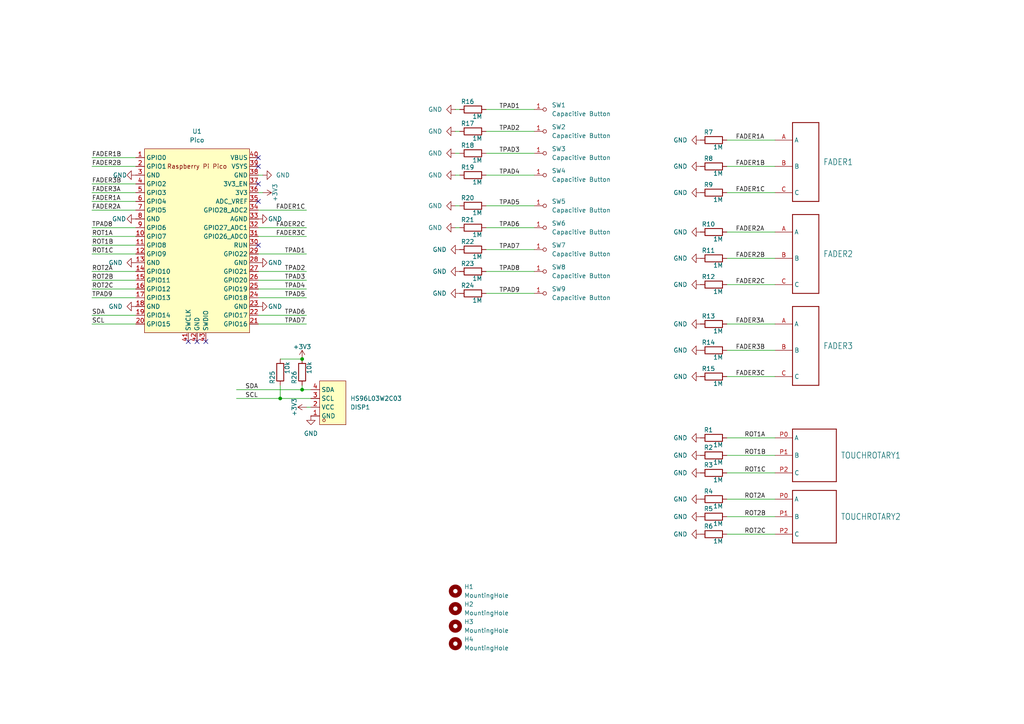
<source format=kicad_sch>
(kicad_sch (version 20231120) (generator "eeschema") (generator_version "8.0")
  (paper "A4")
  (lib_symbols
    (symbol "Device:R" (pin_numbers hide) (pin_names (offset 0))
      (property "Reference" "R" (at 2.032 0 90))
      (property "Value" "R" (at 0 0 90))
      (symbol "R_0_1"
        (rectangle (start -1.016 -2.54) (end 1.016 2.54) (stroke (width 0.254)))
      )
      (symbol "R_1_1"
        (pin passive line (at 0 3.81 270) (length 1.27) (name "~") (number "1"))
        (pin passive line (at 0 -3.81 90) (length 1.27) (name "~") (number "2"))
      )
    )
    (symbol "MCU_RaspberryPi_and_Boards:Pico"
      (property "Reference" "U1" (at 0 31.75 0))
      (property "Value" "Pico" (at 0 29.21 0))
      (symbol "Pico_0_0"
        (text "Raspberry Pi Pico" (at 0 21.59 0) (effects (font (size 1.27 1.27))))
      )
      (symbol "Pico_0_1"
        (rectangle (start -15.24 26.67) (end 15.24 -26.67) (fill (type background)))
      )
      (symbol "Pico_1_1"
        (pin bidirectional line (at -17.78 24.13 0) (length 2.54) (name "GPIO0") (number "1"))
        (pin bidirectional line (at -17.78 1.27 0) (length 2.54) (name "GPIO7") (number "10"))
        (pin bidirectional line (at -17.78 -1.27 0) (length 2.54) (name "GPIO8") (number "11"))
        (pin bidirectional line (at -17.78 -3.81 0) (length 2.54) (name "GPIO9") (number "12"))
        (pin power_in line (at -17.78 -6.35 0) (length 2.54) (name "GND") (number "13"))
        (pin bidirectional line (at -17.78 -8.89 0) (length 2.54) (name "GPIO10") (number "14"))
        (pin bidirectional line (at -17.78 -11.43 0) (length 2.54) (name "GPIO11") (number "15"))
        (pin bidirectional line (at -17.78 -13.97 0) (length 2.54) (name "GPIO12") (number "16"))
        (pin bidirectional line (at -17.78 -16.51 0) (length 2.54) (name "GPIO13") (number "17"))
        (pin power_in line (at -17.78 -19.05 0) (length 2.54) (name "GND") (number "18"))
        (pin bidirectional line (at -17.78 -21.59 0) (length 2.54) (name "GPIO14") (number "19"))
        (pin bidirectional line (at -17.78 21.59 0) (length 2.54) (name "GPIO1") (number "2"))
        (pin bidirectional line (at -17.78 -24.13 0) (length 2.54) (name "GPIO15") (number "20"))
        (pin bidirectional line (at 17.78 -24.13 180) (length 2.54) (name "GPIO16") (number "21"))
        (pin bidirectional line (at 17.78 -21.59 180) (length 2.54) (name "GPIO17") (number "22"))
        (pin power_in line (at 17.78 -19.05 180) (length 2.54) (name "GND") (number "23"))
        (pin bidirectional line (at 17.78 -16.51 180) (length 2.54) (name "GPIO18") (number "24"))
        (pin bidirectional line (at 17.78 -13.97 180) (length 2.54) (name "GPIO19") (number "25"))
        (pin bidirectional line (at 17.78 -11.43 180) (length 2.54) (name "GPIO20") (number "26"))
        (pin bidirectional line (at 17.78 -8.89 180) (length 2.54) (name "GPIO21") (number "27"))
        (pin power_in line (at 17.78 -6.35 180) (length 2.54) (name "GND") (number "28"))
        (pin bidirectional line (at 17.78 -3.81 180) (length 2.54) (name "GPIO22") (number "29"))
        (pin power_in line (at -17.78 19.05 0) (length 2.54) (name "GND") (number "3"))
        (pin input line (at 17.78 -1.27 180) (length 2.54) (name "RUN") (number "30"))
        (pin bidirectional line (at 17.78 1.27 180) (length 2.54) (name "GPIO26_ADC0") (number "31"))
        (pin bidirectional line (at 17.78 3.81 180) (length 2.54) (name "GPIO27_ADC1") (number "32"))
        (pin power_in line (at 17.78 6.35 180) (length 2.54) (name "AGND") (number "33"))
        (pin bidirectional line (at 17.78 8.89 180) (length 2.54) (name "GPIO28_ADC2") (number "34"))
        (pin power_in line (at 17.78 11.43 180) (length 2.54) (name "ADC_VREF") (number "35"))
        (pin bidirectional line (at 17.78 13.97 180) (length 2.54) (name "3V3") (number "36"))
        (pin input line (at 17.78 16.51 180) (length 2.54) (name "3V3_EN") (number "37"))
        (pin bidirectional line (at 17.78 19.05 180) (length 2.54) (name "GND") (number "38"))
        (pin power_in line (at 17.78 21.59 180) (length 2.54) (name "VSYS") (number "39"))
        (pin bidirectional line (at -17.78 16.51 0) (length 2.54) (name "GPIO2") (number "4"))
        (pin power_in line (at 17.78 24.13 180) (length 2.54) (name "VBUS") (number "40"))
        (pin input line (at -2.54 -29.21 90) (length 2.54) (name "SWCLK") (number "41"))
        (pin power_in line (at 0 -29.21 90) (length 2.54) (name "GND") (number "42"))
        (pin bidirectional line (at 2.54 -29.21 90) (length 2.54) (name "SWDIO") (number "43"))
        (pin bidirectional line (at -17.78 13.97 0) (length 2.54) (name "GPIO3") (number "5"))
        (pin bidirectional line (at -17.78 11.43 0) (length 2.54) (name "GPIO4") (number "6"))
        (pin bidirectional line (at -17.78 8.89 0) (length 2.54) (name "GPIO5") (number "7"))
        (pin power_in line (at -17.78 6.35 0) (length 2.54) (name "GND") (number "8"))
        (pin bidirectional line (at -17.78 3.81 0) (length 2.54) (name "GPIO6") (number "9"))
      )
    )
    (symbol "Mechanical:MountingHole" (pin_names (offset 1.016))
      (property "Reference" "H" (at 0 5.08 0))
      (property "Value" "MountingHole" (at 0 3.175 0))
      (symbol "MountingHole_0_1"
        (circle (center 0 0) (radius 1.27) (stroke (width 1.27)))
      )
    )
    (symbol "SparkFun-Switch:Capacitive Button" (pin_names (offset 0) hide)
      (property "Reference" "SW" (at 0 5.08 0))
      (property "Value" "Capacitive Button" (at 0 -2.54 0))
      (symbol "Capacitive Button_0_0"
        (circle (center 0 3.048) (radius 0.508))
      )
      (symbol "Capacitive Button_1_1"
        (pin passive line (at 0 0 90) (length 2.54) (name "A") (number "1"))
      )
    )
    (symbol "easyeda2kicad:HS96L03W2C03"
      (property "Reference" "DISP1" (at 5.08 1.2701 0))
      (property "Value" "HS96L03W2C03" (at 5.08 -1.2699 0))
      (symbol "HS96L03W2C03_0_1"
        (rectangle (start -3.81 6.35) (end 3.81 -6.35) (fill (type background)))
        (circle (center -2.54 5.08) (radius 0.38))
      )
      (symbol "HS96L03W2C03_1_1"
        (pin power_in line (at -6.35 3.81 0) (length 2.54) (name "GND") (number "1"))
        (pin power_in line (at -6.35 1.27 0) (length 2.54) (name "VCC") (number "2"))
        (pin bidirectional line (at -6.35 -1.27 0) (length 2.54) (name "SCL") (number "3"))
        (pin bidirectional line (at -6.35 -3.81 0) (length 2.54) (name "SDA") (number "4"))
      )
    )
    (symbol "power:+3V3" (power) (pin_numbers hide) (pin_names (offset 0) hide)
      (property "Value" "+3V3" (at 0 3.556 0))
      (symbol "+3V3_0_1"
        (polyline (pts (xy -0.762 1.27) (xy 0 2.54)))
        (polyline (pts (xy 0 0) (xy 0 2.54)))
        (polyline (pts (xy 0 2.54) (xy 0.762 1.27)))
      )
      (symbol "+3V3_1_1"
        (pin power_in line (at 0 0 90) (length 0) (name "~") (number "1"))
      )
    )
    (symbol "power:GND" (power) (pin_numbers hide) (pin_names (offset 0) hide)
      (property "Value" "GND" (at 0 -3.81 0))
      (symbol "GND_0_1"
        (polyline (pts (xy 0 0) (xy 0 -1.27) (xy 1.27 -1.27) (xy 0 -2.54) (xy -1.27 -1.27) (xy 0 -1.27)))
      )
      (symbol "GND_1_1"
        (pin power_in line (at 0 0 270) (length 0) (name "~") (number "1"))
      )
    )
    (symbol "todbot_eagle2023:TouchRotary"
      (property "Reference" "TOUCH" (at -7.62 8.89 0))
      (symbol "TouchRotary_1_0"
        (polyline (pts (xy -7.62 -7.62) (xy 5.08 -7.62)) (stroke (width 0.254)))
        (polyline (pts (xy -7.62 7.62) (xy -7.62 -7.62)) (stroke (width 0.254)))
        (polyline (pts (xy 5.08 -7.62) (xy 5.08 7.62)) (stroke (width 0.254)))
        (polyline (pts (xy 5.08 7.62) (xy -7.62 7.62)) (stroke (width 0.254)))
        (pin bidirectional line (at -12.7 5.08 0) (length 5.08) (name "A") (number "P0"))
        (pin bidirectional line (at -12.7 0 0) (length 5.08) (name "B") (number "P1"))
        (pin bidirectional line (at -12.7 -5.08 0) (length 5.08) (name "C") (number "P2"))
      )
    )
    (symbol "todbot_eagle2023:TouchSlider3"
      (property "Reference" "SLIDER" (at -5.08 13.462 0))
      (symbol "TouchSlider3_1_0"
        (polyline (pts (xy -5.08 -10.16) (xy 2.54 -10.16)) (stroke (width 0.254)))
        (polyline (pts (xy -5.08 7.62) (xy -5.08 -10.16)) (stroke (width 0.254)))
        (polyline (pts (xy -5.08 12.7) (xy -5.08 7.62)) (stroke (width 0.254)))
        (polyline (pts (xy 2.54 -10.16) (xy 2.54 12.7)) (stroke (width 0.254)))
        (polyline (pts (xy 2.54 12.7) (xy -5.08 12.7)) (stroke (width 0.254)))
        (pin bidirectional line (at -10.16 7.62 0) (length 5.08) (name "A") (number "A"))
        (pin bidirectional line (at -10.16 0 0) (length 5.08) (name "B") (number "B"))
        (pin bidirectional line (at -10.16 -7.62 0) (length 5.08) (name "C") (number "C"))
      )
    )
  )
  (junction (at 81.28 115.57))
  (junction (at 87.63 104.14))
  (junction (at 87.63 113.03))
  (no_connect (at 74.93 58.42))
  (no_connect (at 74.93 53.34))
  (no_connect (at 59.69 99.06))
  (no_connect (at 54.61 99.06))
  (no_connect (at 57.15 99.06))
  (no_connect (at 74.93 71.12))
  (no_connect (at 74.93 45.72))
  (no_connect (at 74.93 48.26))
  (wire (pts (xy 74.93 93.98) (xy 88.9 93.98)))
  (wire (pts (xy 224.79 101.6) (xy 210.82 101.6)))
  (wire (pts (xy 81.28 111.76) (xy 81.28 115.57)))
  (wire (pts (xy 26.67 60.96) (xy 39.37 60.96)))
  (wire (pts (xy 154.94 31.75) (xy 140.97 31.75)))
  (wire (pts (xy 224.79 132.08) (xy 210.82 132.08)))
  (wire (pts (xy 87.63 111.76) (xy 87.63 113.03)))
  (wire (pts (xy 26.67 91.44) (xy 39.37 91.44)))
  (wire (pts (xy 132.08 50.8) (xy 133.35 50.8)))
  (wire (pts (xy 26.67 73.66) (xy 39.37 73.66)))
  (wire (pts (xy 26.67 93.98) (xy 39.37 93.98)))
  (wire (pts (xy 74.93 60.96) (xy 88.9 60.96)))
  (wire (pts (xy 26.67 66.04) (xy 39.37 66.04)))
  (wire (pts (xy 132.08 38.1) (xy 133.35 38.1)))
  (wire (pts (xy 26.67 53.34) (xy 39.37 53.34)))
  (wire (pts (xy 224.79 137.16) (xy 210.82 137.16)))
  (wire (pts (xy 154.94 66.04) (xy 140.97 66.04)))
  (wire (pts (xy 88.9 118.11) (xy 90.17 118.11)))
  (wire (pts (xy 132.08 66.04) (xy 133.35 66.04)))
  (wire (pts (xy 154.94 44.45) (xy 140.97 44.45)))
  (wire (pts (xy 74.93 78.74) (xy 88.9 78.74)))
  (wire (pts (xy 210.82 67.31) (xy 224.79 67.31)))
  (wire (pts (xy 74.93 91.44) (xy 88.9 91.44)))
  (wire (pts (xy 26.67 81.28) (xy 39.37 81.28)))
  (wire (pts (xy 68.58 113.03) (xy 87.63 113.03)))
  (wire (pts (xy 224.79 74.93) (xy 210.82 74.93)))
  (wire (pts (xy 74.93 73.66) (xy 88.9 73.66)))
  (wire (pts (xy 224.79 154.94) (xy 210.82 154.94)))
  (wire (pts (xy 26.67 48.26) (xy 39.37 48.26)))
  (wire (pts (xy 74.93 86.36) (xy 88.9 86.36)))
  (wire (pts (xy 74.93 66.04) (xy 88.9 66.04)))
  (wire (pts (xy 140.97 50.8) (xy 154.94 50.8)))
  (wire (pts (xy 224.79 109.22) (xy 210.82 109.22)))
  (wire (pts (xy 224.79 48.26) (xy 210.82 48.26)))
  (wire (pts (xy 224.79 55.88) (xy 210.82 55.88)))
  (wire (pts (xy 154.94 38.1) (xy 140.97 38.1)))
  (wire (pts (xy 224.79 149.86) (xy 210.82 149.86)))
  (wire (pts (xy 26.67 58.42) (xy 39.37 58.42)))
  (wire (pts (xy 26.67 55.88) (xy 39.37 55.88)))
  (wire (pts (xy 154.94 72.39) (xy 140.97 72.39)))
  (wire (pts (xy 81.28 104.14) (xy 87.63 104.14)))
  (wire (pts (xy 132.08 44.45) (xy 133.35 44.45)))
  (wire (pts (xy 26.67 83.82) (xy 39.37 83.82)))
  (wire (pts (xy 76.2 55.88) (xy 74.93 55.88)))
  (wire (pts (xy 210.82 40.64) (xy 224.79 40.64)))
  (wire (pts (xy 74.93 68.58) (xy 88.9 68.58)))
  (wire (pts (xy 224.79 144.78) (xy 210.82 144.78)))
  (wire (pts (xy 140.97 78.74) (xy 154.94 78.74)))
  (wire (pts (xy 74.93 81.28) (xy 88.9 81.28)))
  (wire (pts (xy 224.79 127) (xy 210.82 127)))
  (wire (pts (xy 76.2 50.8) (xy 74.93 50.8)))
  (wire (pts (xy 26.67 71.12) (xy 39.37 71.12)))
  (wire (pts (xy 132.08 59.69) (xy 133.35 59.69)))
  (wire (pts (xy 224.79 82.55) (xy 210.82 82.55)))
  (wire (pts (xy 154.94 59.69) (xy 140.97 59.69)))
  (wire (pts (xy 140.97 85.09) (xy 154.94 85.09)))
  (wire (pts (xy 210.82 93.98) (xy 224.79 93.98)))
  (wire (pts (xy 81.28 115.57) (xy 90.17 115.57)))
  (wire (pts (xy 26.67 68.58) (xy 39.37 68.58)))
  (wire (pts (xy 26.67 45.72) (xy 39.37 45.72)))
  (wire (pts (xy 26.67 86.36) (xy 39.37 86.36)))
  (wire (pts (xy 132.08 31.75) (xy 133.35 31.75)))
  (wire (pts (xy 87.63 113.03) (xy 90.17 113.03)))
  (wire (pts (xy 68.58 115.57) (xy 81.28 115.57)))
  (wire (pts (xy 74.93 83.82) (xy 88.9 83.82)))
  (wire (pts (xy 26.67 78.74) (xy 39.37 78.74)))
  (label "FADER2A" (at 213.36 67.31 0))
  (label "TPAD8" (at 26.67 66.04 0))
  (label "FADER1A" (at 26.67 58.42 0))
  (label "ROT2C" (at 26.67 83.82 0))
  (label "TPAD6" (at 82.55 91.44 0))
  (label "TPAD9" (at 26.67 86.36 0))
  (label "TPAD2" (at 82.55 78.74 0))
  (label "TPAD1" (at 82.55 73.66 0))
  (label "TPAD4" (at 144.78 50.8 0))
  (label "ROT2C" (at 215.9 154.94 0))
  (label "FADER1B" (at 26.67 45.72 0))
  (label "FADER3C" (at 213.36 109.22 0))
  (label "TPAD3" (at 82.55 81.28 0))
  (label "TPAD5" (at 82.55 86.36 0))
  (label "TPAD1" (at 144.78 31.75 0))
  (label "ROT2A" (at 26.67 78.74 0))
  (label "FADER1A" (at 213.36 40.64 0))
  (label "FADER3B" (at 26.67 53.34 0))
  (label "TPAD8" (at 144.78 78.74 0))
  (label "FADER1C" (at 80.01 60.96 0))
  (label "FADER2B" (at 26.67 48.26 0))
  (label "FADER3A" (at 213.36 93.98 0))
  (label "FADER1B" (at 213.36 48.26 0))
  (label "SDA" (at 26.67 91.44 0))
  (label "TPAD4" (at 82.55 83.82 0))
  (label "FADER3C" (at 80.01 68.58 0))
  (label "FADER2A" (at 26.67 60.96 0))
  (label "FADER3A" (at 26.67 55.88 0))
  (label "ROT2A" (at 215.9 144.78 0))
  (label "TPAD3" (at 144.78 44.45 0))
  (label "ROT1B" (at 26.67 71.12 0))
  (label "TPAD7" (at 82.55 93.98 0))
  (label "ROT2B" (at 26.67 81.28 0))
  (label "ROT1A" (at 26.67 68.58 0))
  (label "TPAD9" (at 144.78 85.09 0))
  (label "TPAD7" (at 144.78 72.39 0))
  (label "ROT1A" (at 215.9 127 0))
  (label "TPAD6" (at 144.78 66.04 0))
  (label "FADER2C" (at 213.36 82.55 0))
  (label "SDA" (at 71.12 113.03 0))
  (label "SCL" (at 71.12 115.57 0))
  (label "ROT2B" (at 215.9 149.86 0))
  (label "TPAD2" (at 144.78 38.1 0))
  (label "SCL" (at 26.67 93.98 0))
  (label "FADER1C" (at 213.36 55.88 0))
  (label "ROT1C" (at 215.9 137.16 0))
  (label "FADER2B" (at 213.36 74.93 0))
  (label "ROT1B" (at 215.9 132.08 0))
  (label "ROT1C" (at 26.67 73.66 0))
  (label "TPAD5" (at 144.78 59.69 0))
  (label "FADER3B" (at 213.36 101.6 0))
  (label "FADER2C" (at 80.01 66.04 0))
  (symbol (lib_id "Device:R") (at 137.16 59.69 90) (unit 1)
    (property "Reference" "R20" (at 135.636 57.404 90))
    (property "Value" "1M" (at 138.43 61.722 90))
    (property "Footprint" "Resistor_SMD:R_0603_1608Metric" (effects (hide yes)))
    (property "Description" "Resistor" (effects (hide yes)))
  )
  (symbol (lib_id "Device:R") (at 207.01 101.6 90) (unit 1)
    (property "Reference" "R14" (at 205.486 99.314 90))
    (property "Value" "1M" (at 208.28 103.632 90))
    (property "Footprint" "Resistor_SMD:R_0603_1608Metric" (effects (hide yes)))
    (property "Description" "Resistor" (effects (hide yes)))
  )
  (symbol (lib_id "SparkFun-Switch:Capacitive Button") (at 154.94 38.1 270) (unit 1)
    (property "Reference" "SW2" (at 160.02 36.8299 90) (effects (justify left)))
    (property "Value" "Capacitive Button" (at 160.02 39.3699 90) (effects (justify left)))
    (property "Footprint" "SparkFun-Switch:Pad-CapacitiveTouch" (effects (hide yes)))
    (property "Description" "Single Pole Single Throw (SPST) switch" (effects (hide yes)))
  )
  (symbol (lib_id "power:GND") (at 203.2 144.78 270) (unit 1)
    (property "Reference" "#PWR08" (effects (hide yes)))
    (property "Value" "GND" (at 199.39 144.7799 90) (effects (justify right)))
    (property "Description" "Power symbol creates a global label with name \"GND\" , ground" (effects (hide yes)))
  )
  (symbol (lib_id "power:GND") (at 39.37 76.2 270) (unit 1)
    (property "Reference" "#PWR031" (effects (hide yes)))
    (property "Value" "GND" (at 35.56 76.1999 90) (effects (justify right)))
    (property "Description" "Power symbol creates a global label with name \"GND\" , ground" (effects (hide yes)))
  )
  (symbol (lib_id "SparkFun-Switch:Capacitive Button") (at 154.94 66.04 270) (unit 1)
    (property "Reference" "SW6" (at 160.02 64.7699 90) (effects (justify left)))
    (property "Value" "Capacitive Button" (at 160.02 67.3099 90) (effects (justify left)))
    (property "Footprint" "SparkFun-Switch:Pad-CapacitiveTouch" (effects (hide yes)))
    (property "Description" "Single Pole Single Throw (SPST) switch" (effects (hide yes)))
  )
  (symbol (lib_id "Device:R") (at 137.16 38.1 90) (unit 1)
    (property "Reference" "R17" (at 135.636 35.814 90))
    (property "Value" "1M" (at 138.43 40.132 90))
    (property "Footprint" "Resistor_SMD:R_0603_1608Metric" (effects (hide yes)))
    (property "Description" "Resistor" (effects (hide yes)))
  )
  (symbol (lib_id "todbot_eagle2023:TouchSlider3") (at 234.95 74.93 0) (unit 1)
    (property "Reference" "FADER2" (at 238.76 73.66 0) (effects (font (size 1.778 1.5113)) (justify left)))
    (property "Footprint" "todbot_eagle2023:TOUCHSLIDER3_8x40B" (effects (hide yes)))
  )
  (symbol (lib_id "power:GND") (at 74.93 63.5 90) (unit 1)
    (property "Reference" "#PWR034" (effects (hide yes)))
    (property "Value" "GND" (at 77.724 63.5 90) (effects (justify right)))
    (property "Description" "Power symbol creates a global label with name \"GND\" , ground" (effects (hide yes)))
  )
  (symbol (lib_id "Device:R") (at 207.01 137.16 90) (unit 1)
    (property "Reference" "R3" (at 205.486 134.874 90))
    (property "Value" "1M" (at 208.28 139.192 90))
    (property "Footprint" "Resistor_SMD:R_0603_1608Metric" (effects (hide yes)))
    (property "Description" "Resistor" (effects (hide yes)))
  )
  (symbol (lib_id "SparkFun-Switch:Capacitive Button") (at 154.94 72.39 270) (unit 1)
    (property "Reference" "SW7" (at 160.02 71.1199 90) (effects (justify left)))
    (property "Value" "Capacitive Button" (at 160.02 73.6599 90) (effects (justify left)))
    (property "Footprint" "SparkFun-Switch:Pad-CapacitiveTouch" (effects (hide yes)))
    (property "Description" "Single Pole Single Throw (SPST) switch" (effects (hide yes)))
  )
  (symbol (lib_id "Device:R") (at 207.01 82.55 90) (unit 1)
    (property "Reference" "R12" (at 205.486 80.264 90))
    (property "Value" "1M" (at 208.28 84.582 90))
    (property "Footprint" "Resistor_SMD:R_0603_1608Metric" (effects (hide yes)))
    (property "Description" "Resistor" (effects (hide yes)))
  )
  (symbol (lib_id "Device:R") (at 207.01 55.88 90) (unit 1)
    (property "Reference" "R9" (at 205.486 53.594 90))
    (property "Value" "1M" (at 208.28 57.912 90))
    (property "Footprint" "Resistor_SMD:R_0603_1608Metric" (effects (hide yes)))
    (property "Description" "Resistor" (effects (hide yes)))
  )
  (symbol (lib_id "power:GND") (at 203.2 48.26 270) (unit 1)
    (property "Reference" "#PWR012" (effects (hide yes)))
    (property "Value" "GND" (at 199.39 48.2599 90) (effects (justify right)))
    (property "Description" "Power symbol creates a global label with name \"GND\" , ground" (effects (hide yes)))
  )
  (symbol (lib_id "power:GND") (at 39.37 50.8 270) (unit 1)
    (property "Reference" "#PWR033" (effects (hide yes)))
    (property "Value" "GND" (at 36.83 50.8 90) (effects (justify right)))
    (property "Description" "Power symbol creates a global label with name \"GND\" , ground" (effects (hide yes)))
  )
  (symbol (lib_id "Device:R") (at 207.01 109.22 90) (unit 1)
    (property "Reference" "R15" (at 205.486 106.934 90))
    (property "Value" "1M" (at 208.28 111.252 90))
    (property "Footprint" "Resistor_SMD:R_0603_1608Metric" (effects (hide yes)))
    (property "Description" "Resistor" (effects (hide yes)))
  )
  (symbol (lib_id "power:GND") (at 132.08 66.04 270) (unit 1)
    (property "Reference" "#PWR027" (effects (hide yes)))
    (property "Value" "GND" (at 128.27 66.0399 90) (effects (justify right)))
    (property "Description" "Power symbol creates a global label with name \"GND\" , ground" (effects (hide yes)))
  )
  (symbol (lib_id "power:GND") (at 132.08 59.69 270) (unit 1)
    (property "Reference" "#PWR03" (effects (hide yes)))
    (property "Value" "GND" (at 128.27 59.6899 90) (effects (justify right)))
    (property "Description" "Power symbol creates a global label with name \"GND\" , ground" (effects (hide yes)))
  )
  (symbol (lib_id "power:GND") (at 203.2 101.6 270) (unit 1)
    (property "Reference" "#PWR018" (effects (hide yes)))
    (property "Value" "GND" (at 199.39 101.5999 90) (effects (justify right)))
    (property "Description" "Power symbol creates a global label with name \"GND\" , ground" (effects (hide yes)))
  )
  (symbol (lib_id "power:GND") (at 133.35 72.39 270) (unit 1)
    (property "Reference" "#PWR028" (effects (hide yes)))
    (property "Value" "GND" (at 129.54 72.3899 90) (effects (justify right)))
    (property "Description" "Power symbol creates a global label with name \"GND\" , ground" (effects (hide yes)))
  )
  (symbol (lib_id "Device:R") (at 137.16 44.45 90) (unit 1)
    (property "Reference" "R18" (at 135.636 42.164 90))
    (property "Value" "1M" (at 138.43 46.482 90))
    (property "Footprint" "Resistor_SMD:R_0603_1608Metric" (effects (hide yes)))
    (property "Description" "Resistor" (effects (hide yes)))
  )
  (symbol (lib_id "SparkFun-Switch:Capacitive Button") (at 154.94 50.8 270) (unit 1)
    (property "Reference" "SW4" (at 160.02 49.5299 90) (effects (justify left)))
    (property "Value" "Capacitive Button" (at 160.02 52.0699 90) (effects (justify left)))
    (property "Footprint" "SparkFun-Switch:Pad-CapacitiveTouch" (effects (hide yes)))
    (property "Description" "Single Pole Single Throw (SPST) switch" (effects (hide yes)))
  )
  (symbol (lib_id "Device:R") (at 207.01 132.08 90) (unit 1)
    (property "Reference" "R2" (at 205.486 129.794 90))
    (property "Value" "1M" (at 208.28 134.112 90))
    (property "Footprint" "Resistor_SMD:R_0603_1608Metric" (effects (hide yes)))
    (property "Description" "Resistor" (effects (hide yes)))
  )
  (symbol (lib_id "todbot_eagle2023:TouchSlider3") (at 234.95 48.26 0) (unit 1)
    (property "Reference" "FADER1" (at 238.76 46.99 0) (effects (font (size 1.778 1.5113)) (justify left)))
    (property "Footprint" "todbot_eagle2023:TOUCHSLIDER3_8x40B" (effects (hide yes)))
  )
  (symbol (lib_id "Device:R") (at 207.01 74.93 90) (unit 1)
    (property "Reference" "R11" (at 205.486 72.644 90))
    (property "Value" "1M" (at 208.28 76.962 90))
    (property "Footprint" "Resistor_SMD:R_0603_1608Metric" (effects (hide yes)))
    (property "Description" "Resistor" (effects (hide yes)))
  )
  (symbol (lib_id "power:GND") (at 74.93 88.9 90) (unit 1)
    (property "Reference" "#PWR035" (effects (hide yes)))
    (property "Value" "GND" (at 77.724 88.9 90) (effects (justify right)))
    (property "Description" "Power symbol creates a global label with name \"GND\" , ground" (effects (hide yes)))
  )
  (symbol (lib_id "Mechanical:MountingHole") (at 132.08 176.53 0) (unit 1)
    (property "Reference" "H2" (at 134.62 175.2599 0) (effects (justify left)))
    (property "Value" "MountingHole" (at 134.62 177.7999 0) (effects (justify left)))
    (property "Footprint" "MountingHole:MountingHole_2.7mm_M2.5_ISO14580" (effects (hide yes)))
    (property "Description" "Mounting Hole without connection" (effects (hide yes)))
  )
  (symbol (lib_id "power:GND") (at 203.2 127 270) (unit 1)
    (property "Reference" "#PWR05" (effects (hide yes)))
    (property "Value" "GND" (at 199.39 126.9999 90) (effects (justify right)))
    (property "Description" "Power symbol creates a global label with name \"GND\" , ground" (effects (hide yes)))
  )
  (symbol (lib_id "Device:R") (at 207.01 127 90) (unit 1)
    (property "Reference" "R1" (at 205.486 124.714 90))
    (property "Value" "1M" (at 208.28 129.032 90))
    (property "Footprint" "Resistor_SMD:R_0603_1608Metric" (effects (hide yes)))
    (property "Description" "Resistor" (effects (hide yes)))
  )
  (symbol (lib_id "power:GND") (at 203.2 74.93 270) (unit 1)
    (property "Reference" "#PWR015" (effects (hide yes)))
    (property "Value" "GND" (at 199.39 74.9299 90) (effects (justify right)))
    (property "Description" "Power symbol creates a global label with name \"GND\" , ground" (effects (hide yes)))
  )
  (symbol (lib_id "power:GND") (at 203.2 55.88 270) (unit 1)
    (property "Reference" "#PWR013" (effects (hide yes)))
    (property "Value" "GND" (at 199.39 55.8799 90) (effects (justify right)))
    (property "Description" "Power symbol creates a global label with name \"GND\" , ground" (effects (hide yes)))
  )
  (symbol (lib_id "power:GND") (at 203.2 149.86 270) (unit 1)
    (property "Reference" "#PWR09" (effects (hide yes)))
    (property "Value" "GND" (at 199.39 149.8599 90) (effects (justify right)))
    (property "Description" "Power symbol creates a global label with name \"GND\" , ground" (effects (hide yes)))
  )
  (symbol (lib_id "Device:R") (at 207.01 48.26 90) (unit 1)
    (property "Reference" "R8" (at 205.486 45.974 90))
    (property "Value" "1M" (at 208.28 50.292 90))
    (property "Footprint" "Resistor_SMD:R_0603_1608Metric" (effects (hide yes)))
    (property "Description" "Resistor" (effects (hide yes)))
  )
  (symbol (lib_id "Device:R") (at 87.63 107.95 180) (unit 1)
    (property "Reference" "R26" (at 85.344 109.474 90))
    (property "Value" "10k" (at 89.662 106.68 90))
    (property "Footprint" "Resistor_SMD:R_0603_1608Metric" (effects (hide yes)))
    (property "Description" "Resistor" (effects (hide yes)))
  )
  (symbol (lib_id "Device:R") (at 137.16 78.74 90) (unit 1)
    (property "Reference" "R23" (at 135.636 76.454 90))
    (property "Value" "1M" (at 138.43 80.772 90))
    (property "Footprint" "Resistor_SMD:R_0603_1608Metric" (effects (hide yes)))
    (property "Description" "Resistor" (effects (hide yes)))
  )
  (symbol (lib_id "power:GND") (at 132.08 31.75 270) (unit 1)
    (property "Reference" "#PWR023" (effects (hide yes)))
    (property "Value" "GND" (at 128.27 31.7499 90) (effects (justify right)))
    (property "Description" "Power symbol creates a global label with name \"GND\" , ground" (effects (hide yes)))
  )
  (symbol (lib_id "Mechanical:MountingHole") (at 132.08 186.69 0) (unit 1)
    (property "Reference" "H4" (at 134.62 185.4199 0) (effects (justify left)))
    (property "Value" "MountingHole" (at 134.62 187.9599 0) (effects (justify left)))
    (property "Footprint" "MountingHole:MountingHole_2.7mm_M2.5" (effects (hide yes)))
    (property "Description" "Mounting Hole without connection" (effects (hide yes)))
  )
  (symbol (lib_id "Device:R") (at 81.28 107.95 180) (unit 1)
    (property "Reference" "R25" (at 78.994 109.474 90))
    (property "Value" "10k" (at 83.312 106.68 90))
    (property "Footprint" "Resistor_SMD:R_0603_1608Metric" (effects (hide yes)))
    (property "Description" "Resistor" (effects (hide yes)))
  )
  (symbol (lib_id "power:GND") (at 203.2 82.55 270) (unit 1)
    (property "Reference" "#PWR016" (effects (hide yes)))
    (property "Value" "GND" (at 199.39 82.5499 90) (effects (justify right)))
    (property "Description" "Power symbol creates a global label with name \"GND\" , ground" (effects (hide yes)))
  )
  (symbol (lib_id "todbot_eagle2023:TouchRotary") (at 237.49 149.86 0) (unit 1)
    (property "Reference" "TOUCHROTARY2" (at 243.84 149.86 0) (effects (font (size 1.778 1.5113)) (justify left)))
    (property "Footprint" "todbot_eagle2023:TOUCHROTARY1B" (effects (hide yes)))
  )
  (symbol (lib_id "SparkFun-Switch:Capacitive Button") (at 154.94 59.69 270) (unit 1)
    (property "Reference" "SW5" (at 160.02 58.4199 90) (effects (justify left)))
    (property "Value" "Capacitive Button" (at 160.02 60.9599 90) (effects (justify left)))
    (property "Footprint" "SparkFun-Switch:Pad-CapacitiveTouch" (effects (hide yes)))
    (property "Description" "Single Pole Single Throw (SPST) switch" (effects (hide yes)))
  )
  (symbol (lib_id "power:+3V3") (at 76.2 55.88 270) (unit 1)
    (property "Reference" "#PWR02" (effects (hide yes)))
    (property "Value" "+3V3" (at 79.756 55.88 0))
    (property "Description" "Power symbol creates a global label with name \"+3V3\"" (effects (hide yes)))
  )
  (symbol (lib_id "Device:R") (at 207.01 40.64 90) (unit 1)
    (property "Reference" "R7" (at 205.486 38.354 90))
    (property "Value" "1M" (at 208.28 42.672 90))
    (property "Footprint" "Resistor_SMD:R_0603_1608Metric" (effects (hide yes)))
    (property "Description" "Resistor" (effects (hide yes)))
  )
  (symbol (lib_id "Device:R") (at 137.16 85.09 90) (unit 1)
    (property "Reference" "R24" (at 135.636 82.804 90))
    (property "Value" "1M" (at 138.43 87.122 90))
    (property "Footprint" "Resistor_SMD:R_0603_1608Metric" (effects (hide yes)))
    (property "Description" "Resistor" (effects (hide yes)))
  )
  (symbol (lib_id "power:GND") (at 132.08 38.1 270) (unit 1)
    (property "Reference" "#PWR024" (effects (hide yes)))
    (property "Value" "GND" (at 128.27 38.0999 90) (effects (justify right)))
    (property "Description" "Power symbol creates a global label with name \"GND\" , ground" (effects (hide yes)))
  )
  (symbol (lib_id "power:+3V3") (at 88.9 118.11 90) (unit 1)
    (property "Reference" "#PWR021" (effects (hide yes)))
    (property "Value" "+3V3" (at 85.344 118.11 0))
    (property "Description" "Power symbol creates a global label with name \"+3V3\"" (effects (hide yes)))
  )
  (symbol (lib_id "power:GND") (at 203.2 67.31 270) (unit 1)
    (property "Reference" "#PWR014" (effects (hide yes)))
    (property "Value" "GND" (at 199.39 67.3099 90) (effects (justify right)))
    (property "Description" "Power symbol creates a global label with name \"GND\" , ground" (effects (hide yes)))
  )
  (symbol (lib_id "power:GND") (at 203.2 137.16 270) (unit 1)
    (property "Reference" "#PWR07" (effects (hide yes)))
    (property "Value" "GND" (at 199.39 137.1599 90) (effects (justify right)))
    (property "Description" "Power symbol creates a global label with name \"GND\" , ground" (effects (hide yes)))
  )
  (symbol (lib_id "power:GND") (at 203.2 109.22 270) (unit 1)
    (property "Reference" "#PWR019" (effects (hide yes)))
    (property "Value" "GND" (at 199.39 109.2199 90) (effects (justify right)))
    (property "Description" "Power symbol creates a global label with name \"GND\" , ground" (effects (hide yes)))
  )
  (symbol (lib_id "Mechanical:MountingHole") (at 132.08 181.61 0) (unit 1)
    (property "Reference" "H3" (at 134.62 180.3399 0) (effects (justify left)))
    (property "Value" "MountingHole" (at 134.62 182.8799 0) (effects (justify left)))
    (property "Footprint" "MountingHole:MountingHole_2.7mm_M2.5" (effects (hide yes)))
    (property "Description" "Mounting Hole without connection" (effects (hide yes)))
  )
  (symbol (lib_id "power:GND") (at 74.93 76.2 90) (unit 1)
    (property "Reference" "#PWR04" (effects (hide yes)))
    (property "Value" "GND" (at 77.724 76.2 90) (effects (justify right)))
    (property "Description" "Power symbol creates a global label with name \"GND\" , ground" (effects (hide yes)))
  )
  (symbol (lib_id "Device:R") (at 207.01 149.86 90) (unit 1)
    (property "Reference" "R5" (at 205.486 147.574 90))
    (property "Value" "1M" (at 208.28 151.892 90))
    (property "Footprint" "Resistor_SMD:R_0603_1608Metric" (effects (hide yes)))
    (property "Description" "Resistor" (effects (hide yes)))
  )
  (symbol (lib_id "power:GND") (at 203.2 93.98 270) (unit 1)
    (property "Reference" "#PWR017" (effects (hide yes)))
    (property "Value" "GND" (at 199.39 93.9799 90) (effects (justify right)))
    (property "Description" "Power symbol creates a global label with name \"GND\" , ground" (effects (hide yes)))
  )
  (symbol (lib_id "power:GND") (at 39.37 63.5 270) (unit 1)
    (property "Reference" "#PWR030" (effects (hide yes)))
    (property "Value" "GND" (at 36.576 63.5 90) (effects (justify right)))
    (property "Description" "Power symbol creates a global label with name \"GND\" , ground" (effects (hide yes)))
  )
  (symbol (lib_id "power:GND") (at 203.2 40.64 270) (unit 1)
    (property "Reference" "#PWR011" (effects (hide yes)))
    (property "Value" "GND" (at 199.39 40.6399 90) (effects (justify right)))
    (property "Description" "Power symbol creates a global label with name \"GND\" , ground" (effects (hide yes)))
  )
  (symbol (lib_id "power:GND") (at 203.2 132.08 270) (unit 1)
    (property "Reference" "#PWR06" (effects (hide yes)))
    (property "Value" "GND" (at 199.39 132.0799 90) (effects (justify right)))
    (property "Description" "Power symbol creates a global label with name \"GND\" , ground" (effects (hide yes)))
  )
  (symbol (lib_id "power:GND") (at 76.2 50.8 90) (unit 1)
    (property "Reference" "#PWR01" (effects (hide yes)))
    (property "Value" "GND" (at 80.01 50.7999 90) (effects (justify right)))
    (property "Description" "Power symbol creates a global label with name \"GND\" , ground" (effects (hide yes)))
  )
  (symbol (lib_id "power:GND") (at 133.35 78.74 270) (unit 1)
    (property "Reference" "#PWR029" (effects (hide yes)))
    (property "Value" "GND" (at 129.54 78.7399 90) (effects (justify right)))
    (property "Description" "Power symbol creates a global label with name \"GND\" , ground" (effects (hide yes)))
  )
  (symbol (lib_id "Device:R") (at 137.16 66.04 90) (unit 1)
    (property "Reference" "R21" (at 135.636 63.754 90))
    (property "Value" "1M" (at 138.43 68.072 90))
    (property "Footprint" "Resistor_SMD:R_0603_1608Metric" (effects (hide yes)))
    (property "Description" "Resistor" (effects (hide yes)))
  )
  (symbol (lib_id "SparkFun-Switch:Capacitive Button") (at 154.94 31.75 270) (unit 1)
    (property "Reference" "SW1" (at 160.02 30.4799 90) (effects (justify left)))
    (property "Value" "Capacitive Button" (at 160.02 33.0199 90) (effects (justify left)))
    (property "Footprint" "SparkFun-Switch:Pad-CapacitiveTouch" (effects (hide yes)))
    (property "Description" "Single Pole Single Throw (SPST) switch" (effects (hide yes)))
  )
  (symbol (lib_id "Device:R") (at 207.01 144.78 90) (unit 1)
    (property "Reference" "R4" (at 205.486 142.494 90))
    (property "Value" "1M" (at 208.28 146.812 90))
    (property "Footprint" "Resistor_SMD:R_0603_1608Metric" (effects (hide yes)))
    (property "Description" "Resistor" (effects (hide yes)))
  )
  (symbol (lib_id "Mechanical:MountingHole") (at 132.08 171.45 0) (unit 1)
    (property "Reference" "H1" (at 134.62 170.1799 0) (effects (justify left)))
    (property "Value" "MountingHole" (at 134.62 172.7199 0) (effects (justify left)))
    (property "Footprint" "MountingHole:MountingHole_2.7mm_M2.5_ISO14580" (effects (hide yes)))
    (property "Description" "Mounting Hole without connection" (effects (hide yes)))
  )
  (symbol (lib_id "power:GND") (at 39.37 88.9 270) (unit 1)
    (property "Reference" "#PWR032" (effects (hide yes)))
    (property "Value" "GND" (at 35.56 88.8999 90) (effects (justify right)))
    (property "Description" "Power symbol creates a global label with name \"GND\" , ground" (effects (hide yes)))
  )
  (symbol (lib_id "SparkFun-Switch:Capacitive Button") (at 154.94 44.45 270) (unit 1)
    (property "Reference" "SW3" (at 160.02 43.1799 90) (effects (justify left)))
    (property "Value" "Capacitive Button" (at 160.02 45.7199 90) (effects (justify left)))
    (property "Footprint" "SparkFun-Switch:Pad-CapacitiveTouch" (effects (hide yes)))
    (property "Description" "Single Pole Single Throw (SPST) switch" (effects (hide yes)))
  )
  (symbol (lib_id "power:GND") (at 132.08 44.45 270) (unit 1)
    (property "Reference" "#PWR025" (effects (hide yes)))
    (property "Value" "GND" (at 128.27 44.4499 90) (effects (justify right)))
    (property "Description" "Power symbol creates a global label with name \"GND\" , ground" (effects (hide yes)))
  )
  (symbol (lib_id "power:GND") (at 90.17 120.65 0) (unit 1)
    (property "Reference" "#PWR020" (effects (hide yes)))
    (property "Value" "GND" (at 90.17 125.73 0))
    (property "Description" "Power symbol creates a global label with name \"GND\" , ground" (effects (hide yes)))
  )
  (symbol (lib_id "todbot_eagle2023:TouchSlider3") (at 234.95 101.6 0) (unit 1)
    (property "Reference" "FADER3" (at 238.76 100.33 0) (effects (font (size 1.778 1.5113)) (justify left)))
    (property "Footprint" "todbot_eagle2023:TOUCHSLIDER3_8x40B" (effects (hide yes)))
  )
  (symbol (lib_id "power:+3V3") (at 87.63 104.14 0) (mirror y) (unit 1)
    (property "Reference" "#PWR022" (effects (hide yes)))
    (property "Value" "+3V3" (at 87.63 100.584 0))
    (property "Description" "Power symbol creates a global label with name \"+3V3\"" (effects (hide yes)))
  )
  (symbol (lib_id "Device:R") (at 137.16 50.8 90) (unit 1)
    (property "Reference" "R19" (at 135.636 48.514 90))
    (property "Value" "1M" (at 138.43 52.832 90))
    (property "Footprint" "Resistor_SMD:R_0603_1608Metric" (effects (hide yes)))
    (property "Description" "Resistor" (effects (hide yes)))
  )
  (symbol (lib_id "SparkFun-Switch:Capacitive Button") (at 154.94 85.09 270) (unit 1)
    (property "Reference" "SW9" (at 160.02 83.8199 90) (effects (justify left)))
    (property "Value" "Capacitive Button" (at 160.02 86.3599 90) (effects (justify left)))
    (property "Footprint" "SparkFun-Switch:Pad-CapacitiveTouch" (effects (hide yes)))
    (property "Description" "Single Pole Single Throw (SPST) switch" (effects (hide yes)))
  )
  (symbol (lib_id "power:GND") (at 203.2 154.94 270) (unit 1)
    (property "Reference" "#PWR010" (effects (hide yes)))
    (property "Value" "GND" (at 199.39 154.9399 90) (effects (justify right)))
    (property "Description" "Power symbol creates a global label with name \"GND\" , ground" (effects (hide yes)))
  )
  (symbol (lib_id "Device:R") (at 137.16 31.75 90) (unit 1)
    (property "Reference" "R16" (at 135.636 29.464 90))
    (property "Value" "1M" (at 138.43 33.782 90))
    (property "Footprint" "Resistor_SMD:R_0603_1608Metric" (effects (hide yes)))
    (property "Description" "Resistor" (effects (hide yes)))
  )
  (symbol (lib_id "power:GND") (at 132.08 50.8 270) (unit 1)
    (property "Reference" "#PWR026" (effects (hide yes)))
    (property "Value" "GND" (at 128.27 50.7999 90) (effects (justify right)))
    (property "Description" "Power symbol creates a global label with name \"GND\" , ground" (effects (hide yes)))
  )
  (symbol (lib_id "easyeda2kicad:HS96L03W2C03") (at 96.52 116.84 0) (mirror x) (unit 1)
    (property "Reference" "DISP1" (at 101.6 118.1101 0) (effects (justify left)))
    (property "Value" "HS96L03W2C03" (at 101.6 115.5701 0) (effects (justify left)))
    (property "Footprint" "todbot_stuff:OLED-TH_under_fixed_L27.8-W27.2-P2.54_C9900033791" (effects (hide yes)))
    (property "LCSC Part" "C5248080" (effects (hide yes)))
  )
  (symbol (lib_id "Device:R") (at 207.01 154.94 90) (unit 1)
    (property "Reference" "R6" (at 205.486 152.654 90))
    (property "Value" "1M" (at 208.28 156.972 90))
    (property "Footprint" "Resistor_SMD:R_0603_1608Metric" (effects (hide yes)))
    (property "Description" "Resistor" (effects (hide yes)))
  )
  (symbol (lib_id "power:GND") (at 133.35 85.09 270) (unit 1)
    (property "Reference" "#PWR036" (effects (hide yes)))
    (property "Value" "GND" (at 129.54 85.0899 90) (effects (justify right)))
    (property "Description" "Power symbol creates a global label with name \"GND\" , ground" (effects (hide yes)))
  )
  (symbol (lib_id "SparkFun-Switch:Capacitive Button") (at 154.94 78.74 270) (unit 1)
    (property "Reference" "SW8" (at 160.02 77.4699 90) (effects (justify left)))
    (property "Value" "Capacitive Button" (at 160.02 80.0099 90) (effects (justify left)))
    (property "Footprint" "SparkFun-Switch:Pad-CapacitiveTouch" (effects (hide yes)))
    (property "Description" "Single Pole Single Throw (SPST) switch" (effects (hide yes)))
  )
  (symbol (lib_id "MCU_RaspberryPi_and_Boards:Pico") (at 57.15 69.85 0) (unit 1)
    (property "Reference" "U1" (at 57.15 38.1 0))
    (property "Value" "Pico" (at 57.15 40.64 0))
    (property "Footprint" "todbot_RPI_Pico:RPi_Pico_SMD" (effects (hide yes)))
  )
  (symbol (lib_id "Device:R") (at 207.01 67.31 90) (unit 1)
    (property "Reference" "R10" (at 205.486 65.024 90))
    (property "Value" "1M" (at 208.28 69.342 90))
    (property "Footprint" "Resistor_SMD:R_0603_1608Metric" (effects (hide yes)))
    (property "Description" "Resistor" (effects (hide yes)))
  )
  (symbol (lib_id "Device:R") (at 137.16 72.39 90) (unit 1)
    (property "Reference" "R22" (at 135.636 70.104 90))
    (property "Value" "1M" (at 138.43 74.422 90))
    (property "Footprint" "Resistor_SMD:R_0603_1608Metric" (effects (hide yes)))
    (property "Description" "Resistor" (effects (hide yes)))
  )
  (symbol (lib_id "Device:R") (at 207.01 93.98 90) (unit 1)
    (property "Reference" "R13" (at 205.486 91.694 90))
    (property "Value" "1M" (at 208.28 96.012 90))
    (property "Footprint" "Resistor_SMD:R_0603_1608Metric" (effects (hide yes)))
    (property "Description" "Resistor" (effects (hide yes)))
  )
  (symbol (lib_id "todbot_eagle2023:TouchRotary") (at 237.49 132.08 0) (unit 1)
    (property "Reference" "TOUCHROTARY1" (at 243.84 132.08 0) (effects (font (size 1.778 1.5113)) (justify left)))
    (property "Footprint" "todbot_eagle2023:TOUCHROTARY1B" (effects (hide yes)))
  )
)
</source>
